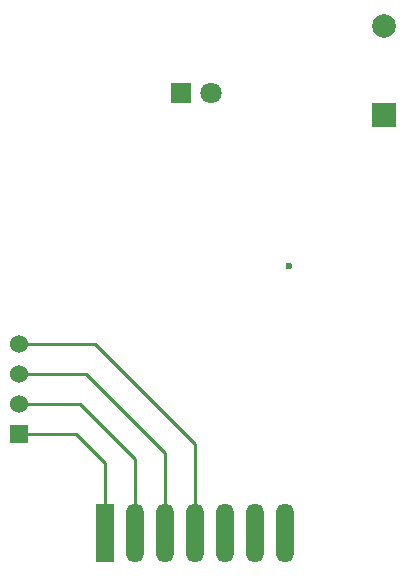
<source format=gbr>
G04 #@! TF.GenerationSoftware,KiCad,Pcbnew,(5.1.5-0-10_14)*
G04 #@! TF.CreationDate,2020-08-02T15:46:47+01:00*
G04 #@! TF.ProjectId,or2_reader,6f72325f-7265-4616-9465-722e6b696361,rev?*
G04 #@! TF.SameCoordinates,Original*
G04 #@! TF.FileFunction,Copper,L2,Bot*
G04 #@! TF.FilePolarity,Positive*
%FSLAX46Y46*%
G04 Gerber Fmt 4.6, Leading zero omitted, Abs format (unit mm)*
G04 Created by KiCad (PCBNEW (5.1.5-0-10_14)) date 2020-08-02 15:46:47*
%MOMM*%
%LPD*%
G04 APERTURE LIST*
%ADD10O,1.500000X5.000000*%
%ADD11R,1.500000X5.000000*%
%ADD12C,0.600000*%
%ADD13R,1.524000X1.524000*%
%ADD14C,1.524000*%
%ADD15C,2.000000*%
%ADD16R,2.000000X2.000000*%
%ADD17C,1.800000*%
%ADD18R,1.800000X1.800000*%
%ADD19C,0.250000*%
G04 APERTURE END LIST*
D10*
X154305000Y-121373900D03*
X151765000Y-121373900D03*
X149225000Y-121373900D03*
X146685000Y-121373900D03*
X144145000Y-121373900D03*
X141605000Y-121373900D03*
D11*
X139065000Y-121373900D03*
D12*
X154678380Y-98750120D03*
D13*
X131779900Y-113035400D03*
D14*
X131779900Y-110495400D03*
X131779900Y-107955400D03*
X131779900Y-105415400D03*
D15*
X162712400Y-78429800D03*
D16*
X162712400Y-86029800D03*
D17*
X148029000Y-84159600D03*
D18*
X145489000Y-84159600D03*
D19*
X139065000Y-115493800D02*
X139065000Y-121373900D01*
X136606600Y-113035400D02*
X139065000Y-115493800D01*
X131779900Y-113035400D02*
X136606600Y-113035400D01*
X146685000Y-113842800D02*
X146685000Y-121373900D01*
X138257600Y-105415400D02*
X146685000Y-113842800D01*
X131779900Y-105415400D02*
X138257600Y-105415400D01*
X144145000Y-114579400D02*
X144145000Y-121373900D01*
X137521000Y-107955400D02*
X144145000Y-114579400D01*
X131779900Y-107955400D02*
X137521000Y-107955400D01*
X131779900Y-110495400D02*
X137000300Y-110495400D01*
X141605000Y-115100100D02*
X141605000Y-121373900D01*
X137000300Y-110495400D02*
X141605000Y-115100100D01*
M02*

</source>
